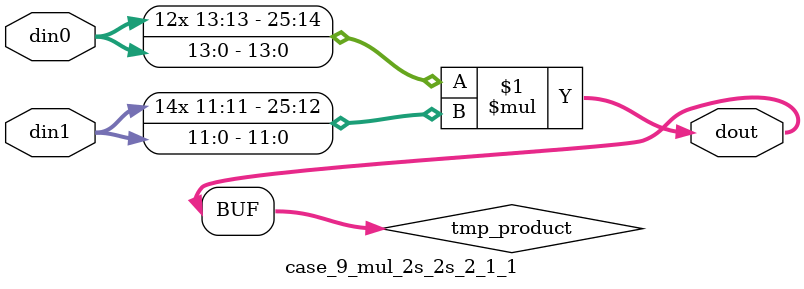
<source format=v>

`timescale 1 ns / 1 ps

 module case_9_mul_2s_2s_2_1_1(din0, din1, dout);
parameter ID = 1;
parameter NUM_STAGE = 0;
parameter din0_WIDTH = 14;
parameter din1_WIDTH = 12;
parameter dout_WIDTH = 26;

input [din0_WIDTH - 1 : 0] din0; 
input [din1_WIDTH - 1 : 0] din1; 
output [dout_WIDTH - 1 : 0] dout;

wire signed [dout_WIDTH - 1 : 0] tmp_product;



























assign tmp_product = $signed(din0) * $signed(din1);








assign dout = tmp_product;





















endmodule

</source>
